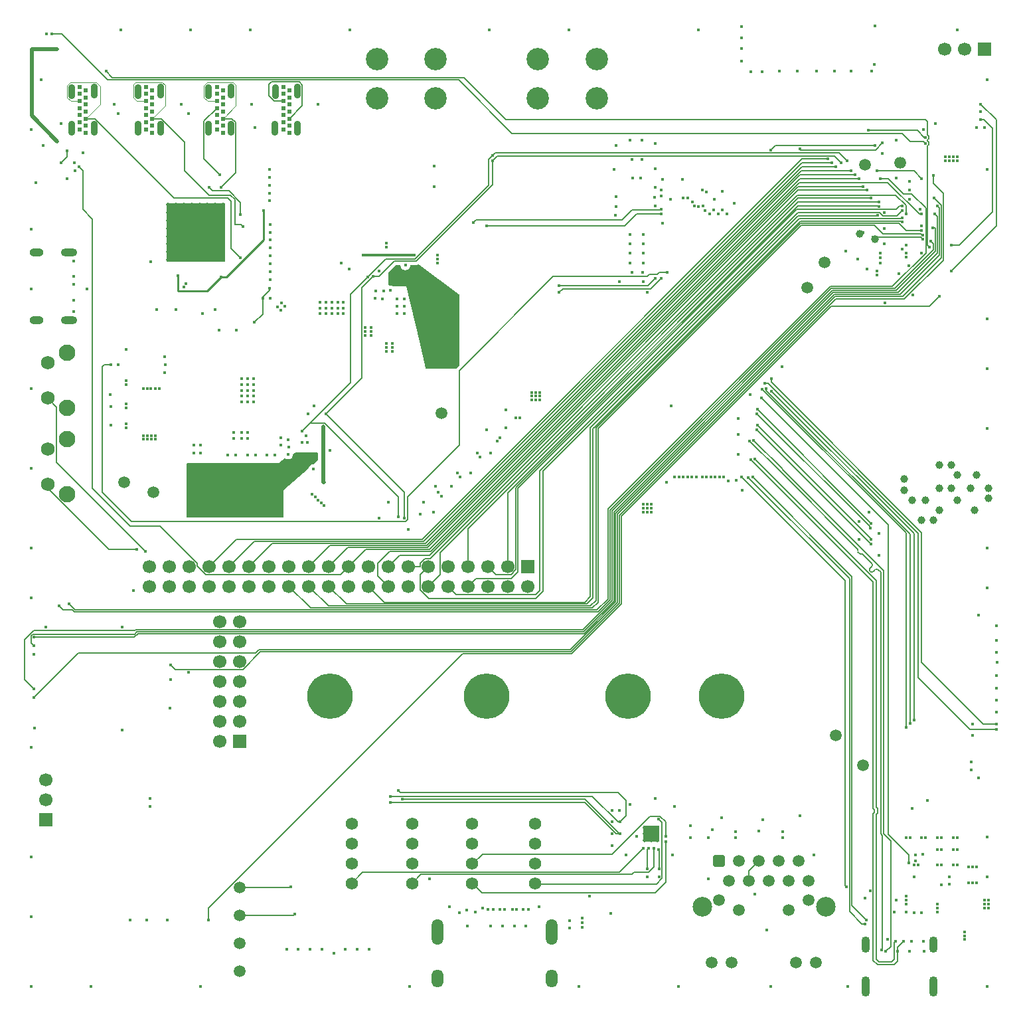
<source format=gbl>
G04 #@! TF.GenerationSoftware,KiCad,Pcbnew,9.0.6*
G04 #@! TF.CreationDate,2025-10-31T11:06:38-04:00*
G04 #@! TF.ProjectId,libreboard,6c696272-6562-46f6-9172-642e6b696361,rev?*
G04 #@! TF.SameCoordinates,Original*
G04 #@! TF.FileFunction,Copper,L6,Bot*
G04 #@! TF.FilePolarity,Positive*
%FSLAX46Y46*%
G04 Gerber Fmt 4.6, Leading zero omitted, Abs format (unit mm)*
G04 Created by KiCad (PCBNEW 9.0.6) date 2025-10-31 11:06:38*
%MOMM*%
%LPD*%
G01*
G04 APERTURE LIST*
G04 Aperture macros list*
%AMRoundRect*
0 Rectangle with rounded corners*
0 $1 Rounding radius*
0 $2 $3 $4 $5 $6 $7 $8 $9 X,Y pos of 4 corners*
0 Add a 4 corners polygon primitive as box body*
4,1,4,$2,$3,$4,$5,$6,$7,$8,$9,$2,$3,0*
0 Add four circle primitives for the rounded corners*
1,1,$1+$1,$2,$3*
1,1,$1+$1,$4,$5*
1,1,$1+$1,$6,$7*
1,1,$1+$1,$8,$9*
0 Add four rect primitives between the rounded corners*
20,1,$1+$1,$2,$3,$4,$5,0*
20,1,$1+$1,$4,$5,$6,$7,0*
20,1,$1+$1,$6,$7,$8,$9,0*
20,1,$1+$1,$8,$9,$2,$3,0*%
G04 Aperture macros list end*
G04 #@! TA.AperFunction,ComponentPad*
%ADD10C,0.609600*%
G04 #@! TD*
G04 #@! TA.AperFunction,ComponentPad*
%ADD11O,0.889000X1.905000*%
G04 #@! TD*
G04 #@! TA.AperFunction,HeatsinkPad*
%ADD12C,0.500000*%
G04 #@! TD*
G04 #@! TA.AperFunction,HeatsinkPad*
%ADD13R,2.100000X2.100000*%
G04 #@! TD*
G04 #@! TA.AperFunction,ComponentPad*
%ADD14R,1.700000X1.700000*%
G04 #@! TD*
G04 #@! TA.AperFunction,ComponentPad*
%ADD15C,1.700000*%
G04 #@! TD*
G04 #@! TA.AperFunction,HeatsinkPad*
%ADD16O,2.100000X1.000000*%
G04 #@! TD*
G04 #@! TA.AperFunction,HeatsinkPad*
%ADD17O,1.800000X1.000000*%
G04 #@! TD*
G04 #@! TA.AperFunction,ComponentPad*
%ADD18RoundRect,0.250500X-0.499500X-0.499500X0.499500X-0.499500X0.499500X0.499500X-0.499500X0.499500X0*%
G04 #@! TD*
G04 #@! TA.AperFunction,ComponentPad*
%ADD19C,1.500000*%
G04 #@! TD*
G04 #@! TA.AperFunction,ComponentPad*
%ADD20C,2.500000*%
G04 #@! TD*
G04 #@! TA.AperFunction,ComponentPad*
%ADD21O,1.500000X3.300000*%
G04 #@! TD*
G04 #@! TA.AperFunction,ComponentPad*
%ADD22O,1.500000X2.300000*%
G04 #@! TD*
G04 #@! TA.AperFunction,ComponentPad*
%ADD23C,5.800000*%
G04 #@! TD*
G04 #@! TA.AperFunction,ComponentPad*
%ADD24C,1.574800*%
G04 #@! TD*
G04 #@! TA.AperFunction,ComponentPad*
%ADD25C,2.850000*%
G04 #@! TD*
G04 #@! TA.AperFunction,HeatsinkPad*
%ADD26O,1.100000X2.100000*%
G04 #@! TD*
G04 #@! TA.AperFunction,HeatsinkPad*
%ADD27O,1.100000X2.600000*%
G04 #@! TD*
G04 #@! TA.AperFunction,ComponentPad*
%ADD28C,2.100000*%
G04 #@! TD*
G04 #@! TA.AperFunction,ComponentPad*
%ADD29C,1.750000*%
G04 #@! TD*
G04 #@! TA.AperFunction,SMDPad,CuDef*
%ADD30C,1.000000*%
G04 #@! TD*
G04 #@! TA.AperFunction,SMDPad,CuDef*
%ADD31C,1.500000*%
G04 #@! TD*
G04 #@! TA.AperFunction,HeatsinkPad*
%ADD32R,7.500000X7.500000*%
G04 #@! TD*
G04 #@! TA.AperFunction,ViaPad*
%ADD33C,0.450000*%
G04 #@! TD*
G04 #@! TA.AperFunction,ViaPad*
%ADD34C,1.000000*%
G04 #@! TD*
G04 #@! TA.AperFunction,Conductor*
%ADD35C,0.500000*%
G04 #@! TD*
G04 #@! TA.AperFunction,Conductor*
%ADD36C,0.130000*%
G04 #@! TD*
G04 #@! TA.AperFunction,Conductor*
%ADD37C,0.147000*%
G04 #@! TD*
G04 #@! TA.AperFunction,Conductor*
%ADD38C,0.100000*%
G04 #@! TD*
G04 #@! TA.AperFunction,Conductor*
%ADD39C,0.127000*%
G04 #@! TD*
G04 #@! TA.AperFunction,Conductor*
%ADD40C,0.300000*%
G04 #@! TD*
G04 #@! TA.AperFunction,Conductor*
%ADD41C,0.230000*%
G04 #@! TD*
G04 APERTURE END LIST*
D10*
X151559200Y-87481200D03*
X151559200Y-88381201D03*
X151559200Y-89281199D03*
X151559200Y-90181200D03*
X151559200Y-91081200D03*
X151559200Y-91981199D03*
X151559200Y-92881199D03*
X150779199Y-92431199D03*
X150779199Y-91531199D03*
X150779199Y-90631200D03*
X150779199Y-89731200D03*
X150779199Y-88831199D03*
X150779199Y-87931201D03*
X150779199Y-87031200D03*
D11*
X152599200Y-92331201D03*
X152599200Y-87531200D03*
X149750500Y-87608528D03*
X149739200Y-92331201D03*
D10*
X143072800Y-87481200D03*
X143072800Y-88381201D03*
X143072800Y-89281199D03*
X143072800Y-90181200D03*
X143072800Y-91081200D03*
X143072800Y-91981199D03*
X143072800Y-92881199D03*
X142292799Y-92431199D03*
X142292799Y-91531199D03*
X142292799Y-90631200D03*
X142292799Y-89731200D03*
X142292799Y-88831199D03*
X142292799Y-87931201D03*
X142292799Y-87031200D03*
D11*
X144112800Y-92331201D03*
X144112800Y-87531200D03*
X141264100Y-87608528D03*
X141252800Y-92331201D03*
D10*
X134059200Y-87481200D03*
X134059200Y-88381201D03*
X134059200Y-89281199D03*
X134059200Y-90181200D03*
X134059200Y-91081200D03*
X134059200Y-91981199D03*
X134059200Y-92881199D03*
X133279199Y-92431199D03*
X133279199Y-91531199D03*
X133279199Y-90631200D03*
X133279199Y-89731200D03*
X133279199Y-88831199D03*
X133279199Y-87931201D03*
X133279199Y-87031200D03*
D11*
X135099200Y-92331201D03*
X135099200Y-87531200D03*
X132250500Y-87608528D03*
X132239200Y-92331201D03*
D10*
X125600000Y-87481200D03*
X125600000Y-88381201D03*
X125600000Y-89281199D03*
X125600000Y-90181200D03*
X125600000Y-91081200D03*
X125600000Y-91981199D03*
X125600000Y-92881199D03*
X124819999Y-92431199D03*
X124819999Y-91531199D03*
X124819999Y-90631200D03*
X124819999Y-89731200D03*
X124819999Y-88831199D03*
X124819999Y-87931201D03*
X124819999Y-87031200D03*
D11*
X126640000Y-92331201D03*
X126640000Y-87531200D03*
X123791300Y-87608528D03*
X123780000Y-92331201D03*
D12*
X196877600Y-181429100D03*
X196877600Y-182229100D03*
X196877600Y-183029100D03*
X197677600Y-181429100D03*
X197677600Y-182229100D03*
D13*
X197677600Y-182229100D03*
D12*
X197677600Y-183029100D03*
X198477600Y-181429100D03*
X198477600Y-182229100D03*
X198477600Y-183029100D03*
D14*
X181962600Y-148164100D03*
D15*
X181962600Y-150704100D03*
X179422600Y-148164100D03*
X179422600Y-150704100D03*
X176882600Y-148164100D03*
X176882600Y-150704100D03*
X174342600Y-148164100D03*
X174342600Y-150704100D03*
X171802600Y-148164100D03*
X171802600Y-150704100D03*
X169262600Y-148164100D03*
X169262600Y-150704100D03*
X166722600Y-148164100D03*
X166722600Y-150704100D03*
X164182600Y-148164100D03*
X164182600Y-150704100D03*
X161642600Y-148164100D03*
X161642600Y-150704100D03*
X159102600Y-148164100D03*
X159102600Y-150704100D03*
X156562600Y-148164100D03*
X156562600Y-150704100D03*
X154022600Y-148164100D03*
X154022600Y-150704100D03*
X151482600Y-148164100D03*
X151482600Y-150704100D03*
X148942600Y-148164100D03*
X148942600Y-150704100D03*
X146402600Y-148164100D03*
X146402600Y-150704100D03*
X143862600Y-148164100D03*
X143862600Y-150704100D03*
X141322600Y-148164100D03*
X141322600Y-150704100D03*
X138782600Y-148164100D03*
X138782600Y-150704100D03*
X136242600Y-148164100D03*
X136242600Y-150704100D03*
X133702600Y-148164100D03*
X133702600Y-150704100D03*
D16*
X123478891Y-108134100D03*
D17*
X119298891Y-108134100D03*
D16*
X123478891Y-116774100D03*
D17*
X119298891Y-116774100D03*
D18*
X206363891Y-185644302D03*
D19*
X207633891Y-188184302D03*
X208903891Y-185644302D03*
X210173891Y-188184302D03*
X211443891Y-185644302D03*
X212713891Y-188184302D03*
X213983891Y-185644302D03*
X215253891Y-188184302D03*
X216523891Y-185644302D03*
X217793891Y-188184302D03*
X206363891Y-190704302D03*
X208903891Y-191974302D03*
X215253891Y-191974302D03*
X217793891Y-190704302D03*
X205448891Y-198594302D03*
X207988891Y-198594302D03*
X216168891Y-198594302D03*
X218708891Y-198594302D03*
D20*
X204203891Y-191484302D03*
X219953891Y-191484302D03*
D21*
X184978891Y-194704302D03*
X170478891Y-194704302D03*
D22*
X170478891Y-200664302D03*
X184978891Y-200664302D03*
D14*
X145202600Y-170404100D03*
D15*
X142662600Y-170404100D03*
X145202600Y-167864100D03*
X142662600Y-167864100D03*
X145202600Y-165324100D03*
X142662600Y-165324100D03*
X145202600Y-162784100D03*
X142662600Y-162784100D03*
X145202600Y-160244100D03*
X142662600Y-160244100D03*
X145202600Y-157704100D03*
X142662600Y-157704100D03*
X145202600Y-155164100D03*
X142662600Y-155164100D03*
D14*
X240202600Y-82204100D03*
D15*
X237662600Y-82204100D03*
X235122600Y-82204100D03*
D23*
X206702600Y-164704100D03*
X194702600Y-164704100D03*
X176702600Y-164704100D03*
X156702600Y-164704100D03*
D24*
X167202600Y-180924100D03*
X167202600Y-183464100D03*
X167202600Y-186004100D03*
X167202600Y-188544100D03*
D25*
X190728891Y-83504302D03*
X183228891Y-83504302D03*
X190728891Y-88504302D03*
X183228891Y-88504302D03*
D24*
X174802600Y-180954100D03*
X174802600Y-183494100D03*
X174802600Y-186034100D03*
X174802600Y-188574100D03*
D26*
X225062600Y-196324100D03*
D27*
X225062600Y-201684100D03*
D26*
X233702600Y-196324100D03*
D27*
X233702600Y-201684100D03*
D28*
X123192600Y-138954100D03*
X123192600Y-131944100D03*
D29*
X120702600Y-137704100D03*
X120702600Y-133204100D03*
D28*
X123192600Y-127954100D03*
X123192600Y-120944100D03*
D29*
X120702600Y-126704100D03*
X120702600Y-122204100D03*
D14*
X120452600Y-180454100D03*
D15*
X120452600Y-177914100D03*
X120452600Y-175374100D03*
D24*
X159478891Y-180954302D03*
X159478891Y-183494302D03*
X159478891Y-186034302D03*
X159478891Y-188574302D03*
D25*
X170228891Y-83504302D03*
X162728891Y-83504302D03*
X170228891Y-88504302D03*
X162728891Y-88504302D03*
D24*
X182849400Y-180950736D03*
X182849400Y-183490736D03*
X182849400Y-186030736D03*
X182849400Y-188570736D03*
D30*
X224289042Y-105794540D03*
D31*
X171202600Y-119954100D03*
X134202600Y-138704100D03*
X130452600Y-137454100D03*
X217602600Y-112652100D03*
X229452600Y-96704100D03*
X224952600Y-96954100D03*
X145202600Y-192604100D03*
X145202600Y-189054100D03*
X224702600Y-173454100D03*
X145202600Y-196154100D03*
X221202600Y-169704100D03*
X145202600Y-199704100D03*
X170952600Y-128604100D03*
D30*
X226202600Y-106454100D03*
D31*
X219802600Y-109404100D03*
D12*
X136102600Y-102054100D03*
X136102600Y-103054100D03*
X136102600Y-104054100D03*
X136102600Y-105054100D03*
X136102600Y-106054100D03*
X136102600Y-107054100D03*
X136102600Y-108054100D03*
X136102600Y-109054100D03*
X137102600Y-102054100D03*
X137102600Y-103054100D03*
X137102600Y-104054100D03*
X137102600Y-105054100D03*
X137102600Y-106054100D03*
X137102600Y-107054100D03*
X137102600Y-108054100D03*
X137102600Y-109054100D03*
X138102600Y-102054100D03*
X138102600Y-103054100D03*
X138102600Y-104054100D03*
X138102600Y-105054100D03*
X138102600Y-106054100D03*
X138102600Y-107054100D03*
X138102600Y-108054100D03*
X138102600Y-109054100D03*
X139102600Y-102054100D03*
X139102600Y-103054100D03*
X139102600Y-104054100D03*
X139102600Y-105054100D03*
X139102600Y-106054100D03*
X139102600Y-107054100D03*
X139102600Y-108054100D03*
X139102600Y-109054100D03*
D32*
X139602600Y-105554100D03*
D12*
X140102600Y-102054100D03*
X140102600Y-103054100D03*
X140102600Y-104054100D03*
X140102600Y-105054100D03*
X140102600Y-106054100D03*
X140102600Y-107054100D03*
X140102600Y-108054100D03*
X140102600Y-109054100D03*
X141102600Y-102054100D03*
X141102600Y-103054100D03*
X141102600Y-104054100D03*
X141102600Y-105054100D03*
X141102600Y-106054100D03*
X141102600Y-107054100D03*
X141102600Y-108054100D03*
X141102600Y-109054100D03*
X142102600Y-102054100D03*
X142102600Y-103054100D03*
X142102600Y-104054100D03*
X142102600Y-105054100D03*
X142102600Y-106054100D03*
X142102600Y-107054100D03*
X142102600Y-108054100D03*
X142102600Y-109054100D03*
X143102600Y-102054100D03*
X143102600Y-103054100D03*
X143102600Y-104054100D03*
X143102600Y-105054100D03*
X143102600Y-106054100D03*
X143102600Y-107054100D03*
X143102600Y-108054100D03*
X143102600Y-109054100D03*
D33*
X150452600Y-132664100D03*
X152936545Y-134321992D03*
X155952600Y-137454100D03*
X151386545Y-134821990D03*
X145452600Y-124954100D03*
X153886545Y-132321990D03*
X146202600Y-133954100D03*
X150452600Y-131704100D03*
X144702600Y-136954100D03*
X151386545Y-133861990D03*
X154477600Y-138929100D03*
X146952600Y-127204100D03*
X153186545Y-132321990D03*
X144702600Y-133954100D03*
X146202600Y-124954100D03*
X146952600Y-126454100D03*
X146952600Y-124954100D03*
X146202600Y-126454100D03*
X145452600Y-127204100D03*
X144452600Y-131821990D03*
X146952600Y-124204100D03*
X145452600Y-125704100D03*
X155952600Y-140404100D03*
X148702600Y-136954100D03*
X156702600Y-133321991D03*
X146202600Y-136954100D03*
X151441296Y-132965404D03*
X145452600Y-131821990D03*
X145452600Y-131071990D03*
X153952600Y-128704100D03*
X146202600Y-124204100D03*
X151421296Y-131985404D03*
X148702600Y-133954100D03*
X147202600Y-133954100D03*
X145452600Y-124204100D03*
X146952600Y-125704100D03*
X155227600Y-139679100D03*
X143702600Y-133954100D03*
X145452600Y-126454100D03*
X154852600Y-139304100D03*
X146202600Y-125704100D03*
X144452600Y-131071990D03*
X146202600Y-131821990D03*
X149702600Y-136954100D03*
X153886545Y-134321992D03*
X143702600Y-136954100D03*
X149702600Y-133954100D03*
X146202600Y-127204100D03*
X155602600Y-140054100D03*
X155886545Y-130321990D03*
X147202600Y-136954100D03*
X146202600Y-131071990D03*
X224202600Y-144704100D03*
X224202600Y-142454100D03*
X225452600Y-141204100D03*
X226702600Y-143954100D03*
X226702600Y-146704100D03*
X210952600Y-189954100D03*
X204952600Y-187954100D03*
X212452600Y-194454100D03*
X212952600Y-201704100D03*
X141252600Y-193204100D03*
X232202600Y-98704100D03*
X234452600Y-113704100D03*
X226452600Y-97704100D03*
X225202600Y-173454100D03*
X132101100Y-145954100D03*
X233952600Y-91704100D03*
X225202600Y-110204100D03*
X226452600Y-110454100D03*
X197202600Y-113204100D03*
X131702600Y-151204100D03*
X196702600Y-140704100D03*
X182952600Y-126454100D03*
X197702600Y-140704100D03*
X229202600Y-96204100D03*
X230192600Y-192184100D03*
X197702600Y-140204100D03*
X192682600Y-183704100D03*
X197202600Y-141204100D03*
X198702600Y-187714100D03*
X151202600Y-196954302D03*
X196702600Y-140204100D03*
X145202600Y-196154100D03*
X192682600Y-180704100D03*
X217602600Y-112652100D03*
X229702600Y-97204100D03*
X136427600Y-162604100D03*
X202702600Y-182704100D03*
X195815100Y-182554100D03*
X118702600Y-82204100D03*
X197202600Y-140204100D03*
X229702600Y-96704100D03*
X118702600Y-88416600D03*
X202702600Y-181204100D03*
X192682600Y-182204100D03*
X197702600Y-141204100D03*
X229202600Y-97204100D03*
X121902600Y-82204100D03*
X198202600Y-177704100D03*
X229702600Y-96204100D03*
X228702600Y-192184100D03*
X197202600Y-187724100D03*
X192702600Y-179204100D03*
X197202600Y-140704100D03*
X196702600Y-141204100D03*
X133777600Y-177704100D03*
X229202600Y-96704100D03*
X232452600Y-92454100D03*
X227202600Y-95516097D03*
X133202600Y-146204100D03*
X211202600Y-128704100D03*
X225626922Y-143295988D03*
X225734383Y-142672317D03*
X211209381Y-128147316D03*
X211201570Y-130721340D03*
X225695819Y-145260884D03*
X211234383Y-130172317D03*
X225702600Y-144704100D03*
X230702600Y-168142219D03*
X212386768Y-125519932D03*
X241702600Y-168204100D03*
X212993102Y-124204100D03*
X241702600Y-168954100D03*
X212202600Y-124807807D03*
X207356131Y-103202998D03*
X208575702Y-137146741D03*
X206804619Y-102704100D03*
X207501114Y-137252281D03*
X206952615Y-136704100D03*
X206253374Y-103203329D03*
X205702600Y-102704100D03*
X206402612Y-136704100D03*
X205152888Y-103204390D03*
X205852609Y-136704100D03*
X205302606Y-136704100D03*
X204600600Y-102801063D03*
X204297898Y-102189943D03*
X204752603Y-136704100D03*
X203748722Y-102269322D03*
X204202600Y-136704100D03*
X203452615Y-136704100D03*
X203202600Y-102204100D03*
X202902612Y-136704100D03*
X202952600Y-101704100D03*
X225356307Y-92550393D03*
X202352609Y-101204100D03*
X232702600Y-93454100D03*
X202352609Y-136704100D03*
X201802606Y-136704100D03*
X201802606Y-101204100D03*
X201252603Y-136704100D03*
X152202600Y-192454100D03*
X204710736Y-100414578D03*
X204202600Y-100204100D03*
X200702600Y-136704100D03*
X151702600Y-188954100D03*
X234191308Y-102215392D03*
X118993891Y-157164302D03*
X118993891Y-158264302D03*
X233842600Y-103204100D03*
X233344025Y-106704100D03*
X122202600Y-153204100D03*
X226952600Y-98704100D03*
X123452600Y-152954100D03*
X118993891Y-163764302D03*
X233592600Y-104954100D03*
X118993891Y-164864302D03*
X233741308Y-101165392D03*
X226702600Y-101704100D03*
X226702600Y-102254103D03*
X225702600Y-101204100D03*
X229702600Y-102204100D03*
X229702600Y-102754103D03*
X226608664Y-103409351D03*
X230202600Y-103204100D03*
X225202600Y-100204100D03*
X224702600Y-99704100D03*
X232202600Y-103204100D03*
X229714650Y-103719153D03*
X124702600Y-97204100D03*
X224202600Y-98704100D03*
X223702600Y-98204100D03*
X229700988Y-104268986D03*
X223202600Y-97704100D03*
X232179337Y-105370999D03*
X232327600Y-105900641D03*
X221202600Y-97204100D03*
X220702600Y-96704100D03*
X230202600Y-107204100D03*
X220202600Y-96204100D03*
X226952600Y-108250393D03*
X229702600Y-107704100D03*
X226952600Y-108800396D03*
X230202600Y-108204100D03*
X230202600Y-108754103D03*
X124053891Y-111204100D03*
X212952600Y-95064100D03*
X226202600Y-94505240D03*
X198176828Y-111453100D03*
X124053891Y-112204100D03*
X185952600Y-112365039D03*
X125702600Y-112755039D03*
X198952600Y-111453100D03*
X185952600Y-113204100D03*
X227202600Y-94130240D03*
X216702600Y-94954100D03*
X124053891Y-114204100D03*
X229132600Y-197204100D03*
X210383769Y-134507806D03*
X229882600Y-195914100D03*
X210932729Y-134473971D03*
X228882600Y-195914100D03*
X227632600Y-197214100D03*
X210782730Y-132123970D03*
X210233770Y-132157806D03*
X227107599Y-197016259D03*
X225177600Y-193229100D03*
X210632730Y-136773970D03*
X210083707Y-136806783D03*
X225003240Y-193750734D03*
X198952600Y-100204100D03*
X198952600Y-100954100D03*
X235952600Y-110454100D03*
X239702600Y-89204100D03*
X226452600Y-111004103D03*
X239702600Y-91204100D03*
X235952600Y-107204100D03*
X174997058Y-104328100D03*
X168202600Y-141454100D03*
X173228891Y-192254302D03*
X198952600Y-102654097D03*
X174202600Y-191954100D03*
X170165600Y-137954100D03*
X170555600Y-138704100D03*
X175228891Y-192204100D03*
X176702600Y-104704100D03*
X198952600Y-103204100D03*
X170945600Y-139204100D03*
X176228891Y-191704100D03*
X172949620Y-136204100D03*
X176875846Y-191877346D03*
X177555645Y-191851055D03*
X173339620Y-136704100D03*
X178430435Y-191892321D03*
X175491120Y-133704100D03*
X179001924Y-191876855D03*
X175879620Y-134204100D03*
X179966205Y-191871085D03*
X178019600Y-132204100D03*
X178419620Y-131704100D03*
X180555645Y-191851055D03*
X181375846Y-191877346D03*
X180406617Y-129204100D03*
X180956620Y-129204100D03*
X182055645Y-191851055D03*
X233202600Y-107454100D03*
X128202600Y-85051393D03*
X136427600Y-160704100D03*
X233702600Y-98275393D03*
X232702600Y-94204100D03*
X121252600Y-80304100D03*
X211741308Y-126665392D03*
X230528891Y-185895711D03*
X230202600Y-168679102D03*
X211837425Y-125546859D03*
X231202600Y-167704100D03*
X213068104Y-125838596D03*
X200202600Y-127704100D03*
X199702600Y-110704100D03*
X209202600Y-136704100D03*
X128802600Y-122429100D03*
X222568891Y-188954100D03*
X157702600Y-115204100D03*
X157702600Y-115954100D03*
X159182600Y-110204100D03*
X155452600Y-114454100D03*
X156952600Y-115954100D03*
X155452600Y-115204100D03*
X162952600Y-110504100D03*
X162452600Y-113954100D03*
X156952600Y-114454100D03*
X156202600Y-114454100D03*
X156952600Y-115204100D03*
X162581262Y-113004100D03*
X158452600Y-115954100D03*
X157702600Y-114454100D03*
X156202600Y-115204100D03*
X158452600Y-115204100D03*
X156202600Y-115954100D03*
X155452600Y-115954100D03*
X158452600Y-114454100D03*
X140202600Y-138336210D03*
X139702600Y-138336210D03*
X139702600Y-137086210D03*
X134202600Y-138704100D03*
X139702600Y-139086210D03*
X140202600Y-137586210D03*
X140202600Y-137086210D03*
X140202600Y-139086210D03*
X139702600Y-137586210D03*
X197202600Y-186704100D03*
X197352600Y-184091600D03*
X169452600Y-187954100D03*
X196702600Y-184091600D03*
X198702600Y-186694100D03*
X198652600Y-184204100D03*
X198002600Y-184091600D03*
X199540100Y-182554100D03*
X199540100Y-183204100D03*
X198652600Y-180366600D03*
X123202600Y-95204100D03*
X122452600Y-96704100D03*
X133902600Y-109304100D03*
X130702600Y-124954100D03*
X132952600Y-125454100D03*
X134952600Y-125454100D03*
X134452600Y-125454100D03*
X128802600Y-127729100D03*
X133452600Y-125454100D03*
X130702600Y-124454100D03*
X128815100Y-130129100D03*
X133852600Y-125454100D03*
X234202600Y-192204100D03*
X234202600Y-191704100D03*
X234202600Y-191204100D03*
X230882600Y-195914100D03*
X230632600Y-197214100D03*
X227882600Y-195704100D03*
X227452600Y-107050393D03*
X234202600Y-184204100D03*
X129752600Y-122429100D03*
X195291765Y-98647438D03*
X240702600Y-190704100D03*
X118592600Y-125514100D03*
X201650600Y-98844100D03*
X138692600Y-90454100D03*
X181728891Y-193974302D03*
X120182600Y-94454100D03*
X168702600Y-139954100D03*
X240512600Y-130594100D03*
X170952600Y-128604100D03*
X226276309Y-79250393D03*
X239477600Y-154354100D03*
X216326309Y-85050393D03*
X239477600Y-175054100D03*
D34*
X236702600Y-136454100D03*
D33*
X241702600Y-162054302D03*
X210286600Y-126276100D03*
X177228891Y-193974302D03*
X135662600Y-123454100D03*
X122452600Y-91704100D03*
X236702600Y-182704100D03*
X131202600Y-193204100D03*
X219802600Y-109404100D03*
X140202600Y-133704100D03*
X195276309Y-110675393D03*
X135702600Y-122454100D03*
X234702600Y-188724100D03*
X205714600Y-101384100D03*
X128682600Y-126204100D03*
X130702600Y-129954100D03*
D34*
X232702600Y-139704100D03*
D33*
X224952600Y-190454100D03*
X193202600Y-102250393D03*
X174702600Y-136204100D03*
X194952600Y-178454100D03*
X230202600Y-182704100D03*
X129692600Y-90454100D03*
X240702600Y-191204100D03*
X193626309Y-111880403D03*
D34*
X229952600Y-136954100D03*
D33*
X119008891Y-168744302D03*
X133777600Y-178704100D03*
X232202600Y-182704100D03*
X118592600Y-135674100D03*
X170452600Y-108954100D03*
X238478891Y-173054302D03*
X222732600Y-201714100D03*
X230702600Y-182704100D03*
X134452600Y-131454100D03*
X218452600Y-184954100D03*
X119862600Y-86144100D03*
X216702600Y-179954100D03*
D34*
X234452600Y-135204100D03*
D33*
X240512600Y-150914100D03*
X226953912Y-109454100D03*
X230202600Y-190204100D03*
X155202600Y-89204100D03*
X236202600Y-184204100D03*
D34*
X229952600Y-138454100D03*
D33*
X240512600Y-86144100D03*
X124053891Y-115654100D03*
X240202600Y-190704100D03*
X163952600Y-120204100D03*
X130752600Y-120454100D03*
X154702600Y-127671990D03*
X118592600Y-192824100D03*
X163952601Y-107454100D03*
X132952600Y-131454100D03*
X231076309Y-113550393D03*
X203682600Y-79794100D03*
X163541262Y-113004100D03*
X170452600Y-108454100D03*
X238202600Y-188454100D03*
X195026309Y-108250393D03*
X130702600Y-130454100D03*
X208478891Y-181934302D03*
X196487236Y-96248009D03*
X161202600Y-118704100D03*
X171932600Y-191554100D03*
X195015887Y-107058172D03*
D34*
X238952600Y-140954100D03*
D33*
X228926309Y-98670403D03*
X195026309Y-105860403D03*
X155702600Y-196954302D03*
X231202600Y-186204100D03*
X158702600Y-196954302D03*
X241702600Y-165204100D03*
X133452600Y-131454100D03*
X239702600Y-90204100D03*
X161202600Y-117704100D03*
X189828891Y-190144302D03*
D34*
X240702600Y-139454100D03*
D33*
X241702600Y-155704100D03*
X206730600Y-100368100D03*
X118592600Y-92494100D03*
X230202600Y-190704100D03*
X164702600Y-119704100D03*
X235702600Y-188664100D03*
X159232600Y-79794100D03*
X132952600Y-131954100D03*
X224002600Y-109004100D03*
X238702600Y-188454100D03*
X174228891Y-193974302D03*
X177012600Y-79794100D03*
X230651762Y-100187216D03*
D34*
X234452600Y-140954100D03*
D33*
X125202600Y-95454100D03*
X209176309Y-79350393D03*
X176702600Y-130704100D03*
X240512600Y-201714100D03*
X232126309Y-108204100D03*
X208762600Y-129324100D03*
X211952600Y-180454100D03*
X200452600Y-184954100D03*
X139402600Y-133704100D03*
X118592600Y-112814100D03*
X236202600Y-182704100D03*
X183362600Y-191554100D03*
X208254600Y-101892100D03*
X123162600Y-98704100D03*
X145202600Y-199704100D03*
X133952600Y-131454100D03*
X198202600Y-102204100D03*
X133452600Y-131954100D03*
X232952600Y-177994100D03*
X130258891Y-168964302D03*
X118592600Y-185204100D03*
X129222600Y-89204100D03*
X129952600Y-137454100D03*
X225776309Y-85050393D03*
X195026309Y-93840383D03*
X134452600Y-131954100D03*
X196329592Y-98647438D03*
X196702600Y-107058172D03*
D34*
X235952600Y-135204100D03*
D33*
X211378891Y-181854302D03*
X230521271Y-109781766D03*
X196726309Y-111820383D03*
X209176309Y-80750393D03*
X193169331Y-103417124D03*
X198202600Y-99850393D03*
X204952600Y-182704100D03*
X166352601Y-109754099D03*
X118993891Y-159364302D03*
X138702600Y-161654100D03*
X240512600Y-97574100D03*
X162952600Y-141954100D03*
X164702600Y-120204100D03*
X158202600Y-109454100D03*
X154636546Y-135721991D03*
X165242600Y-114954100D03*
X137722600Y-89204100D03*
X130213431Y-155907627D03*
X241702600Y-163704100D03*
X208762600Y-131356100D03*
X130952600Y-137454100D03*
X188442600Y-201714100D03*
X224952600Y-96954100D03*
X166702600Y-143454100D03*
X118592600Y-152184100D03*
X157202600Y-197454100D03*
X196626309Y-110650393D03*
X237702600Y-194704100D03*
X193202600Y-94454100D03*
X214350600Y-122720100D03*
X209176309Y-82150393D03*
X161702600Y-196954302D03*
X135662600Y-121454100D03*
X163952600Y-106954100D03*
X227504809Y-114553770D03*
X231222600Y-187704100D03*
X187172600Y-79794100D03*
X240202600Y-191704100D03*
D34*
X239202600Y-136454100D03*
D33*
X133952600Y-131954100D03*
X120602600Y-80304100D03*
X236702600Y-184204100D03*
X231428891Y-184945711D03*
X140182600Y-201714100D03*
X230626309Y-101350393D03*
D34*
X233702600Y-142204100D03*
X238452600Y-138204100D03*
D33*
X146532600Y-79794100D03*
X195265491Y-96248009D03*
X231202600Y-192244100D03*
D34*
X230952600Y-139704100D03*
D33*
X196702600Y-109450393D03*
X146702600Y-89204100D03*
X211802600Y-85104100D03*
X164447600Y-112959100D03*
X194452600Y-184954100D03*
X170002600Y-99704101D03*
X214478891Y-181934302D03*
X193662600Y-179204100D03*
X192952600Y-97553373D03*
X172202600Y-137954100D03*
X214478891Y-182704302D03*
X240512600Y-122974100D03*
X154202600Y-196954302D03*
X218776309Y-85050393D03*
D34*
X235952600Y-138204100D03*
X234452600Y-138204100D03*
D33*
X187278891Y-193274302D03*
D34*
X236702600Y-139704100D03*
D33*
X232202600Y-104704100D03*
X196487236Y-93857066D03*
X237702600Y-195204100D03*
X221076309Y-85050393D03*
X119202600Y-99254100D03*
X200126600Y-101384100D03*
X230202600Y-191204100D03*
X192528891Y-192374302D03*
X240202600Y-191204100D03*
X230952600Y-178954100D03*
X240512600Y-187744100D03*
X179202600Y-128204100D03*
X208478891Y-182704302D03*
X140202600Y-132704100D03*
X178728891Y-193974302D03*
X196726309Y-108250393D03*
X161952600Y-118704100D03*
X199110600Y-104432100D03*
X231428891Y-185645711D03*
X198202600Y-94204100D03*
X240512600Y-182664100D03*
X198202600Y-97454100D03*
X228926309Y-93835383D03*
X195026309Y-109454100D03*
X118592600Y-171234100D03*
X240702600Y-191704100D03*
X135952600Y-193204100D03*
X136302600Y-166204100D03*
D34*
X240702600Y-138204100D03*
D33*
X237702600Y-195704100D03*
X239202600Y-188454100D03*
X238478891Y-174054302D03*
X241702600Y-157554302D03*
X199110600Y-98844100D03*
X152702600Y-196954302D03*
X130452600Y-137454100D03*
X139402600Y-132704100D03*
X221702600Y-169704100D03*
X163952600Y-120704100D03*
X200702600Y-178704100D03*
X241702600Y-166704100D03*
X126212600Y-201714100D03*
X236702600Y-79794100D03*
X196726309Y-105850393D03*
X118592600Y-145834100D03*
X130022600Y-79794100D03*
X227426309Y-105050393D03*
X210402600Y-85104100D03*
D34*
X232202600Y-142204100D03*
D33*
X232702600Y-182704100D03*
X232482600Y-197214100D03*
X201142600Y-201714100D03*
X130702600Y-127454100D03*
X228952600Y-190704100D03*
X193202600Y-101050393D03*
X198126309Y-101060403D03*
X163952600Y-119704100D03*
X130702600Y-127954100D03*
X118592600Y-201714100D03*
X165242600Y-114079100D03*
X138912600Y-79794100D03*
X164202600Y-139954100D03*
X169952600Y-141204100D03*
X222478600Y-107988100D03*
X223176309Y-85050393D03*
X165242600Y-115954100D03*
X147192600Y-92204100D03*
X124053891Y-109254100D03*
X209176309Y-83750393D03*
X232202600Y-192244100D03*
X232382600Y-195914100D03*
X205452600Y-181704100D03*
X160202600Y-196954302D03*
X234202600Y-182704100D03*
X180228891Y-193974302D03*
X161952600Y-117704100D03*
X170452600Y-109454100D03*
X227426309Y-103050393D03*
X234702600Y-184204100D03*
X177202600Y-133704100D03*
X230626309Y-99050393D03*
X163412600Y-114079100D03*
X206702600Y-180204100D03*
X231702600Y-186204100D03*
X120452600Y-155912100D03*
X118592600Y-105194100D03*
X166852600Y-201714100D03*
X240512600Y-145834100D03*
X164702600Y-120704100D03*
X179202600Y-130454100D03*
X214026309Y-85050393D03*
X133352600Y-193204100D03*
X238702600Y-168204100D03*
X238702600Y-169704100D03*
X234702600Y-182704100D03*
X240512600Y-116624100D03*
X241702600Y-159054302D03*
X124103600Y-96704100D03*
X161202600Y-118204100D03*
X208762600Y-133896100D03*
X226176309Y-84150393D03*
X209270600Y-138468100D03*
X161952600Y-118204100D03*
X199618600Y-137452100D03*
X229302600Y-110804100D03*
X232328891Y-184820711D03*
X167452600Y-108504100D03*
X160952600Y-108504100D03*
X165952600Y-177842600D03*
X162202600Y-111204100D03*
X177452600Y-96454100D03*
X166202600Y-141954100D03*
X193702600Y-182204100D03*
X156202600Y-128704100D03*
X232327600Y-106450644D03*
X153636545Y-131520155D03*
X221952600Y-96704100D03*
X226002600Y-106204100D03*
X164452600Y-178204100D03*
X165452600Y-141834925D03*
X177452600Y-95804101D03*
X193702600Y-180704100D03*
X164452600Y-177454100D03*
X153136544Y-130921991D03*
X224702600Y-105579100D03*
X165452600Y-176704100D03*
X161552601Y-111254101D03*
X222702600Y-96454100D03*
X236702600Y-186204100D03*
X235702600Y-96454100D03*
X171702600Y-119704100D03*
X170702600Y-116454100D03*
X170702600Y-117204100D03*
X169702600Y-119704100D03*
X234202600Y-186204100D03*
X170702600Y-115704100D03*
X169702600Y-114954100D03*
X236702600Y-96454100D03*
X188880176Y-194182016D03*
X239202600Y-186454100D03*
X170702600Y-114954100D03*
X166202600Y-114954100D03*
X168702600Y-117204100D03*
X238702600Y-186454100D03*
X164952602Y-110504100D03*
X171702600Y-114954100D03*
X168702600Y-114954100D03*
X166202600Y-115954100D03*
X168702600Y-115704100D03*
X171702600Y-115704100D03*
X234702600Y-186204100D03*
X188878891Y-193564302D03*
X170702600Y-120204100D03*
X169702600Y-116454100D03*
X166202600Y-114079100D03*
X168702600Y-116454100D03*
X236702600Y-95954100D03*
X238202600Y-186454100D03*
X235702600Y-187704100D03*
X171702600Y-120704100D03*
X169702600Y-117204100D03*
X171702600Y-120204100D03*
X170702600Y-120704100D03*
X171702600Y-117204100D03*
X235702600Y-95954100D03*
X171702600Y-116454100D03*
X164952602Y-111454100D03*
X236202600Y-186204100D03*
X239202600Y-92204100D03*
X170702600Y-119704100D03*
X169702600Y-115704100D03*
X236202600Y-96454100D03*
X188880176Y-192967446D03*
X187278891Y-194234302D03*
X169702600Y-120704100D03*
X169702600Y-120204100D03*
X225605600Y-189454100D03*
X240202600Y-92204100D03*
X236202600Y-95954100D03*
X235202600Y-95954100D03*
X235202600Y-96454100D03*
X170002600Y-97104101D03*
X124202600Y-97704100D03*
X150077600Y-115079100D03*
X150952600Y-114954100D03*
X183452600Y-126954100D03*
X145302600Y-103304100D03*
X150452600Y-115454100D03*
X183452600Y-126454100D03*
X145302600Y-108804100D03*
X182452600Y-126954100D03*
X149102600Y-105554100D03*
X182952600Y-125954100D03*
X148238600Y-102804100D03*
X149102600Y-107554100D03*
X140452600Y-115889774D03*
X149036338Y-112665664D03*
X142852600Y-111254100D03*
X182452600Y-125954100D03*
X145602600Y-104804100D03*
X149102600Y-111554100D03*
X150577600Y-114579100D03*
X138102600Y-112554100D03*
X138387479Y-112083628D03*
X149102600Y-108554100D03*
X149062600Y-101554100D03*
X149062600Y-98554100D03*
X149102600Y-106554100D03*
X134602600Y-115419774D03*
X149062600Y-100554100D03*
X142852600Y-99854100D03*
X137102600Y-115439774D03*
X182452600Y-126454100D03*
X149062600Y-99554100D03*
X232000536Y-102606164D03*
X121952600Y-93954100D03*
X141352600Y-99854100D03*
X148142600Y-113954100D03*
X149102600Y-110554100D03*
X142702600Y-98204100D03*
X149102600Y-113954100D03*
X241802600Y-160404100D03*
X142602600Y-118054100D03*
X149102600Y-109554100D03*
X137352600Y-111054100D03*
X149062600Y-97554100D03*
X142102600Y-115439774D03*
X182952600Y-126954100D03*
X144827600Y-118004100D03*
X183452600Y-125954100D03*
X149102600Y-104554100D03*
X147102600Y-117054100D03*
D35*
X155886545Y-130321990D02*
X155886545Y-137388045D01*
X155886545Y-137388045D02*
X155952600Y-137454100D01*
D36*
X210173891Y-186914302D02*
X211443891Y-185644302D01*
X210173891Y-188184302D02*
X210173891Y-186914302D01*
X220649961Y-114954100D02*
X193857600Y-141746461D01*
X144825301Y-188138100D02*
X144823180Y-188138100D01*
X233202600Y-114954100D02*
X220649961Y-114954100D01*
X144286600Y-188676801D02*
X141252600Y-191710801D01*
X234452600Y-113704100D02*
X233202600Y-114954100D01*
X231202600Y-97704100D02*
X226452600Y-97704100D01*
X141252600Y-191710801D02*
X141252600Y-193204100D01*
X232202600Y-98704100D02*
X231202600Y-97704100D01*
X193857600Y-152932520D02*
X187522547Y-159267572D01*
X187522547Y-159267572D02*
X173695829Y-159267572D01*
X144286600Y-188674680D02*
X144286600Y-188676801D01*
X144823180Y-188138100D02*
X144286600Y-188674680D01*
X193857600Y-141746461D02*
X193857600Y-152932520D01*
X173695829Y-159267572D02*
X144825301Y-188138100D01*
X121976600Y-139457784D02*
X121976600Y-139436571D01*
X120702600Y-138162571D02*
X120702600Y-137704100D01*
X122710129Y-140170100D02*
X122688916Y-140170100D01*
X128494129Y-145954100D02*
X122710129Y-140170100D01*
X121976600Y-139436571D02*
X120702600Y-138162571D01*
X132101100Y-145954100D02*
X128494129Y-145954100D01*
X122688916Y-140170100D02*
X121976600Y-139457784D01*
D35*
X118702600Y-82204100D02*
X118702600Y-88416600D01*
X118702600Y-82204100D02*
X121902600Y-82204100D01*
D36*
X121854931Y-134856431D02*
X133202600Y-146204100D01*
X120702600Y-126704100D02*
X121854931Y-127856431D01*
X121854931Y-127856431D02*
X121854931Y-134856431D01*
D37*
X225626922Y-143128422D02*
X225626922Y-143295988D01*
X211202600Y-128704100D02*
X225626922Y-143128422D01*
X211209381Y-128147316D02*
X225702600Y-142640535D01*
X225702600Y-142704100D02*
X225734383Y-142672317D01*
X225702600Y-142640535D02*
X225702600Y-142704100D01*
X211201570Y-130721340D02*
X211201570Y-130766635D01*
X211201570Y-130766635D02*
X225695819Y-145260884D01*
X225702600Y-144640534D02*
X225702600Y-144704100D01*
X211234383Y-130172317D02*
X225702600Y-144640534D01*
D36*
X230702600Y-168142219D02*
X230702600Y-144026684D01*
X230702600Y-144026684D02*
X212386768Y-125710852D01*
X212386768Y-125710852D02*
X212386768Y-125519932D01*
D37*
X241702600Y-168204100D02*
X240002600Y-168204100D01*
X240002600Y-168204100D02*
X232202600Y-160404100D01*
X232202600Y-160404100D02*
X232202600Y-143843840D01*
X212993102Y-124634342D02*
X212993102Y-124204100D01*
X232202600Y-143843840D02*
X212993102Y-124634342D01*
X231702600Y-162304100D02*
X231702600Y-143909527D01*
X212600880Y-124807807D02*
X212202600Y-124807807D01*
X241702600Y-168954100D02*
X241677602Y-168929102D01*
X231702600Y-143909527D02*
X212600880Y-124807807D01*
X241677602Y-168929102D02*
X238327602Y-168929102D01*
X238327602Y-168929102D02*
X231702600Y-162304100D01*
D36*
X231626309Y-92550393D02*
X232530016Y-93454100D01*
X225356307Y-92550393D02*
X231626309Y-92550393D01*
X232530016Y-93454100D02*
X232702600Y-93454100D01*
X145202600Y-192604100D02*
X152052600Y-192604100D01*
X152052600Y-192604100D02*
X152202600Y-192454100D01*
X145202600Y-189054100D02*
X151602600Y-189054100D01*
X151602600Y-189054100D02*
X151702600Y-188954100D01*
X221073908Y-113454100D02*
X193164600Y-141363408D01*
X131742399Y-157164302D02*
X118993891Y-157164302D01*
X234452600Y-108454100D02*
X229452600Y-113454100D01*
X229452600Y-113454100D02*
X221073908Y-113454100D01*
X189121968Y-156688100D02*
X132218601Y-156688100D01*
X234452600Y-102476684D02*
X234452600Y-108454100D01*
X234191308Y-102215392D02*
X234452600Y-102476684D01*
X132218601Y-156688100D02*
X131742399Y-157164302D01*
X193164600Y-141363408D02*
X193164600Y-152645468D01*
X193164600Y-152645468D02*
X189121968Y-156688100D01*
X234202600Y-103564100D02*
X233842600Y-103204100D01*
X118602891Y-157002344D02*
X118831933Y-156773302D01*
X189048283Y-156435100D02*
X192933600Y-152549784D01*
X192933600Y-152549784D02*
X192933600Y-141209597D01*
X131806715Y-156773302D02*
X132125917Y-156454100D01*
X220939097Y-113204100D02*
X229202600Y-113204100D01*
X192933600Y-141209597D02*
X220939097Y-113204100D01*
X229202600Y-113204100D02*
X234202600Y-108204100D01*
X132125917Y-156454100D02*
X188952600Y-156454100D01*
X188952600Y-156454100D02*
X188971600Y-156435100D01*
X234202600Y-108204100D02*
X234202600Y-103564100D01*
X188971600Y-156435100D02*
X189048283Y-156435100D01*
X118602891Y-157873302D02*
X118602891Y-157002344D01*
X118993891Y-158264302D02*
X118602891Y-157873302D01*
X118831933Y-156773302D02*
X131806715Y-156773302D01*
X233364558Y-108095100D02*
X233362198Y-108095100D01*
X228753198Y-112704100D02*
X220655760Y-112704100D01*
X220655760Y-112704100D02*
X192418600Y-140941260D01*
X233362198Y-108095100D02*
X228753198Y-112704100D01*
X233702600Y-107062675D02*
X233702600Y-107754698D01*
X122702600Y-153704100D02*
X122202600Y-153204100D01*
X233344025Y-106704100D02*
X233535959Y-106896033D01*
X233593600Y-107863698D02*
X233593600Y-107866058D01*
X124106917Y-153935100D02*
X123875916Y-153704100D01*
X233593600Y-107866058D02*
X233364558Y-108095100D01*
X123875916Y-153704100D02*
X122702600Y-153704100D01*
X192418600Y-140941260D02*
X192418600Y-152411416D01*
X233344025Y-106704100D02*
X233702600Y-107062675D01*
X233702600Y-107754698D02*
X233593600Y-107863698D01*
X192418600Y-152411416D02*
X190894916Y-153935100D01*
X190894916Y-153935100D02*
X124106917Y-153935100D01*
X192452600Y-140532367D02*
X220530867Y-112454100D01*
X192452600Y-140580576D02*
X192452600Y-140532367D01*
X190799232Y-153704100D02*
X192187600Y-152315732D01*
X232723025Y-102479398D02*
X230934009Y-100690382D01*
X229886320Y-100690382D02*
X227900038Y-98704100D01*
X124202600Y-153704100D02*
X190799232Y-153704100D01*
X123452600Y-152954100D02*
X124202600Y-153704100D01*
X232723025Y-108183675D02*
X232723025Y-102479398D01*
X227900038Y-98704100D02*
X226952600Y-98704100D01*
X230934009Y-100690382D02*
X229886320Y-100690382D01*
X228452600Y-112454100D02*
X232723025Y-108183675D01*
X192187600Y-140845576D02*
X192452600Y-140580576D01*
X220530867Y-112454100D02*
X228452600Y-112454100D01*
X192187600Y-152315732D02*
X192187600Y-140845576D01*
X192702600Y-141042283D02*
X192702600Y-152454100D01*
X233952600Y-105068808D02*
X233952600Y-107954100D01*
X233952600Y-107954100D02*
X228952600Y-112954100D01*
X117818145Y-162588555D02*
X118993891Y-163764302D01*
X228952600Y-112954100D02*
X220790783Y-112954100D01*
X131853600Y-156303100D02*
X118975452Y-156303100D01*
X131952600Y-156204100D02*
X131853600Y-156303100D01*
X233837892Y-104954100D02*
X233952600Y-105068808D01*
X233592600Y-104954100D02*
X233837892Y-104954100D01*
X220790783Y-112954100D02*
X192702600Y-141042283D01*
X188952600Y-156204100D02*
X131952600Y-156204100D01*
X118975452Y-156303100D02*
X117818145Y-157460407D01*
X192702600Y-152454100D02*
X188952600Y-156204100D01*
X117818145Y-157460407D02*
X117818145Y-162588555D01*
X147668600Y-158738100D02*
X147202600Y-159204100D01*
X147202600Y-159204100D02*
X124654093Y-159204100D01*
X124654093Y-159204100D02*
X118993891Y-164864302D01*
X229811462Y-113704100D02*
X221195638Y-113704100D01*
X234702600Y-102126684D02*
X234702600Y-108812962D01*
X193395600Y-141504138D02*
X193395600Y-152741152D01*
X187398652Y-158738100D02*
X147668600Y-158738100D01*
X193395600Y-152741152D02*
X187398652Y-158738100D01*
X221195638Y-113704100D02*
X193395600Y-141504138D01*
X233741308Y-101165392D02*
X234702600Y-102126684D01*
X234702600Y-108812962D02*
X229811462Y-113704100D01*
X216452600Y-101704100D02*
X226702600Y-101704100D01*
X179422600Y-138734100D02*
X216452600Y-101704100D01*
X179422600Y-148164100D02*
X179662600Y-148164100D01*
X179662600Y-148164100D02*
X179702600Y-148204100D01*
X179422600Y-148164100D02*
X179422600Y-138734100D01*
X226702600Y-102204100D02*
X226734345Y-102204100D01*
X177898600Y-149180100D02*
X176882600Y-148164100D01*
X226702600Y-102204100D02*
X226702600Y-102254103D01*
X179843441Y-149180100D02*
X177898600Y-149180100D01*
X226652597Y-102204100D02*
X216375916Y-102204100D01*
X180471600Y-148551941D02*
X179843441Y-149180100D01*
X180471600Y-138108417D02*
X180471600Y-148551941D01*
X216375916Y-102204100D02*
X180471600Y-138108417D01*
X226702600Y-102254103D02*
X226652597Y-102204100D01*
X225702600Y-101204100D02*
X216452600Y-101204100D01*
X216452600Y-101204100D02*
X174342600Y-143314100D01*
X174342600Y-143314100D02*
X174342600Y-148164100D01*
X175358600Y-149688100D02*
X179843441Y-149688100D01*
X228942412Y-102648190D02*
X229386502Y-102204100D01*
X180702600Y-148828941D02*
X180702600Y-138204100D01*
X216258510Y-102648190D02*
X228942412Y-102648190D01*
X179843441Y-149688100D02*
X180702600Y-148828941D01*
X174342600Y-150704100D02*
X175358600Y-149688100D01*
X180702600Y-138204100D02*
X216258510Y-102648190D01*
X229386502Y-102204100D02*
X229702600Y-102204100D01*
X183452600Y-151204100D02*
X182936600Y-151720100D01*
X183452600Y-135954100D02*
X183452600Y-151204100D01*
X182936600Y-151720100D02*
X172818600Y-151720100D01*
X227264351Y-103441393D02*
X226841309Y-103018351D01*
X216388349Y-103018351D02*
X183452600Y-135954100D01*
X229702600Y-102754103D02*
X229015310Y-103441393D01*
X226841309Y-103018351D02*
X216388349Y-103018351D01*
X229015310Y-103441393D02*
X227264351Y-103441393D01*
X172818600Y-151720100D02*
X171802600Y-150704100D01*
X168246600Y-151124941D02*
X168246600Y-149180100D01*
X183903600Y-151303351D02*
X183002851Y-152204100D01*
X226563915Y-103454100D02*
X216452600Y-103454100D01*
X216452600Y-103454100D02*
X183903600Y-136003100D01*
X183903600Y-136003100D02*
X183903600Y-151303351D01*
X183002851Y-152204100D02*
X169325759Y-152204100D01*
X226608664Y-103409351D02*
X226563915Y-103454100D01*
X168246600Y-149180100D02*
X169262600Y-148164100D01*
X169325759Y-152204100D02*
X168246600Y-151124941D01*
X216327600Y-100829100D02*
X216343600Y-100813100D01*
X228864558Y-100813100D02*
X230202600Y-102151142D01*
X216327600Y-100829100D02*
X170737509Y-146419191D01*
X170737509Y-146419191D02*
X170737509Y-149229191D01*
X170737509Y-149229191D02*
X169262600Y-150704100D01*
X230202600Y-102151142D02*
X230202600Y-103204100D01*
X216343600Y-100813100D02*
X228864558Y-100813100D01*
X169508600Y-147148100D02*
X168841759Y-147148100D01*
X225202600Y-100204100D02*
X216452600Y-100204100D01*
X216452600Y-100204100D02*
X169508600Y-147148100D01*
X168841759Y-147148100D02*
X168246600Y-147743259D01*
X168246600Y-147743259D02*
X168246600Y-148164100D01*
X168246600Y-148164100D02*
X166722600Y-148164100D01*
X169452600Y-146704100D02*
X165642600Y-146704100D01*
X216452600Y-99704100D02*
X169452600Y-146704100D01*
X224702600Y-99704100D02*
X216452600Y-99704100D01*
X165642600Y-146704100D02*
X164182600Y-148164100D01*
X169625916Y-146204100D02*
X216356917Y-99473100D01*
X231875435Y-103204100D02*
X232202600Y-103204100D01*
X162835964Y-147751756D02*
X164383620Y-146204100D01*
X164383620Y-146204100D02*
X169625916Y-146204100D01*
X216356917Y-99473100D02*
X216625916Y-99204100D01*
X227875435Y-99204100D02*
X231875435Y-103204100D01*
X216625916Y-99204100D02*
X227875435Y-99204100D01*
X162835964Y-149357464D02*
X162835964Y-147751756D01*
X164182600Y-150704100D02*
X162835964Y-149357464D01*
X189952600Y-130454100D02*
X189952600Y-151954100D01*
X229596432Y-103837371D02*
X216569329Y-103837371D01*
X189952600Y-151954100D02*
X189202600Y-152704100D01*
X189202600Y-152704100D02*
X163642600Y-152704100D01*
X229714650Y-103719153D02*
X229596432Y-103837371D01*
X216569329Y-103837371D02*
X189952600Y-130454100D01*
X163642600Y-152704100D02*
X161642600Y-150704100D01*
X139798600Y-147743259D02*
X139798600Y-148076941D01*
X125202600Y-97704100D02*
X125202600Y-102627416D01*
X169452600Y-145954100D02*
X216702600Y-98704100D01*
X159102600Y-148164100D02*
X161312600Y-145954100D01*
X126452600Y-103877416D02*
X126452600Y-138223100D01*
X135028441Y-142973100D02*
X139798600Y-147743259D01*
X124702600Y-97204100D02*
X125202600Y-97704100D01*
X139798600Y-148076941D02*
X140901759Y-149180100D01*
X131202600Y-142973100D02*
X135028441Y-142973100D01*
X126452600Y-138223100D02*
X131202600Y-142973100D01*
X161312600Y-145954100D02*
X169452600Y-145954100D01*
X216702600Y-98704100D02*
X224202600Y-98704100D01*
X140901759Y-149180100D02*
X158086600Y-149180100D01*
X158086600Y-149180100D02*
X159102600Y-148164100D01*
X125202600Y-102627416D02*
X126452600Y-103877416D01*
X216702600Y-98204100D02*
X223702600Y-98204100D01*
X223702600Y-98204100D02*
X223702600Y-98318788D01*
X156562600Y-148164100D02*
X159022600Y-145704100D01*
X169202600Y-145704100D02*
X216702600Y-98204100D01*
X159022600Y-145704100D02*
X169202600Y-145704100D01*
X158812600Y-152954100D02*
X156562600Y-150704100D01*
X190471600Y-130358417D02*
X190239782Y-130590234D01*
X229700988Y-104268986D02*
X229546013Y-104114011D01*
X229546013Y-104114011D02*
X216716005Y-104114011D01*
X189452600Y-152954100D02*
X158812600Y-152954100D01*
X190239782Y-152166918D02*
X189452600Y-152954100D01*
X216716005Y-104114011D02*
X190471600Y-130358417D01*
X190239782Y-130590234D02*
X190239782Y-152166918D01*
X154022600Y-148164100D02*
X156713600Y-145473100D01*
X156713600Y-145473100D02*
X169106916Y-145473100D01*
X169106916Y-145473100D02*
X216606917Y-97973099D01*
X216606917Y-97973099D02*
X216875916Y-97704100D01*
X216875916Y-97704100D02*
X223202600Y-97704100D01*
X190702600Y-130454100D02*
X190702600Y-152454100D01*
X216751600Y-104405100D02*
X190702600Y-130454100D01*
X189952600Y-153204100D02*
X156522600Y-153204100D01*
X229284144Y-104405100D02*
X216751600Y-104405100D01*
X230250043Y-105370999D02*
X229284144Y-104405100D01*
X190702600Y-152454100D02*
X189952600Y-153204100D01*
X156522600Y-153204100D02*
X154022600Y-150704100D01*
X232179337Y-105370999D02*
X230250043Y-105370999D01*
X154232600Y-153454100D02*
X151482600Y-150704100D01*
X226186856Y-104688356D02*
X216811506Y-104688356D01*
X190952600Y-152704100D02*
X190202600Y-153454100D01*
X232249132Y-105900641D02*
X232102594Y-105754103D01*
X216811506Y-104688356D02*
X190952600Y-130547262D01*
X190952600Y-130547262D02*
X190952600Y-152704100D01*
X190202600Y-153454100D02*
X154232600Y-153454100D01*
X227252603Y-105754103D02*
X226186856Y-104688356D01*
X232327600Y-105900641D02*
X232249132Y-105900641D01*
X232102594Y-105754103D02*
X227252603Y-105754103D01*
X168952600Y-145204100D02*
X149362600Y-145204100D01*
X149362600Y-145204100D02*
X146402600Y-148164100D01*
X221202600Y-97204100D02*
X216952600Y-97204100D01*
X216952600Y-97204100D02*
X168952600Y-145204100D01*
X220702600Y-96704100D02*
X216952600Y-96704100D01*
X147072600Y-144954100D02*
X143862600Y-148164100D01*
X168702600Y-144954100D02*
X147072600Y-144954100D01*
X216952600Y-96704100D02*
X168702600Y-144954100D01*
X144782600Y-144704100D02*
X141322600Y-148164100D01*
X220202600Y-96204100D02*
X216952600Y-96204100D01*
X168452600Y-144704100D02*
X144782600Y-144704100D01*
X216952600Y-96204100D02*
X168452600Y-144704100D01*
X212952600Y-95064100D02*
X213511460Y-94505240D01*
X213511460Y-94505240D02*
X226202600Y-94505240D01*
D37*
X185952600Y-112365039D02*
X197264889Y-112365039D01*
X197264889Y-112365039D02*
X198176828Y-111453100D01*
X186401661Y-112755039D02*
X197651661Y-112755039D01*
X197651661Y-112755039D02*
X198952600Y-111454100D01*
X198952600Y-111454100D02*
X198952600Y-111453100D01*
X185952600Y-113204100D02*
X186401661Y-112755039D01*
D36*
X216702600Y-94954100D02*
X216795306Y-95046806D01*
X216795306Y-95046806D02*
X226286034Y-95046806D01*
X226286034Y-95046806D02*
X227202600Y-94130240D01*
D37*
X226548682Y-198894100D02*
X226004100Y-198349518D01*
X226175983Y-179457281D02*
X226004100Y-179629164D01*
X229882600Y-195914100D02*
X229132600Y-196664100D01*
X228702600Y-198894100D02*
X226548682Y-198894100D01*
X210383769Y-134507806D02*
X210400879Y-134507806D01*
X229132600Y-198464100D02*
X228702600Y-198894100D01*
X229132600Y-196664100D02*
X229132600Y-197204100D01*
X226004100Y-178954440D02*
X226175983Y-179126323D01*
X226004100Y-198349518D02*
X226004100Y-198204100D01*
X226004100Y-179629164D02*
X226004100Y-198204100D01*
X210400879Y-134507806D02*
X226004100Y-150111027D01*
X229132600Y-197204100D02*
X229132600Y-198464100D01*
X226175983Y-179126323D02*
X226175983Y-179457281D01*
X226004100Y-150111027D02*
X226004100Y-178954440D01*
X226401100Y-149942341D02*
X226401100Y-178790026D01*
X226401100Y-179793578D02*
X226401100Y-198204100D01*
X228702600Y-196094100D02*
X228882600Y-195914100D01*
X210932729Y-134473971D02*
X226401100Y-149942341D01*
X228702600Y-198204100D02*
X228702600Y-196094100D01*
X226572963Y-178961889D02*
X226572962Y-179621716D01*
X226401100Y-198204100D02*
X226711100Y-198514100D01*
X226572962Y-179621716D02*
X226401100Y-179793578D01*
X228392600Y-198514100D02*
X228702600Y-198204100D01*
X226711100Y-198514100D02*
X228392600Y-198514100D01*
X226401100Y-178790026D02*
X226572963Y-178961889D01*
X210782730Y-132123970D02*
X214426309Y-135767550D01*
X228282100Y-183129602D02*
X228282100Y-196564600D01*
X214426309Y-135767550D02*
X214426309Y-135769671D01*
X227349740Y-182197242D02*
X228282100Y-183129602D01*
X227349740Y-148693102D02*
X227349740Y-182197242D01*
X228282100Y-196564600D02*
X227632600Y-197214100D01*
X214426309Y-135769671D02*
X227349740Y-148693102D01*
X210233770Y-132157806D02*
X210250879Y-132157806D01*
X224641316Y-146546122D02*
X224910998Y-146815804D01*
X226969760Y-150239836D02*
X226969760Y-182200636D01*
X227202600Y-196935398D02*
X227107599Y-197030399D01*
X225821372Y-148150442D02*
X225609239Y-148362574D01*
X227107599Y-197030399D02*
X227107599Y-197016259D01*
X214026309Y-135933236D02*
X214028430Y-135933236D01*
X224062470Y-146276440D02*
X224332152Y-146546122D01*
X226669899Y-148574705D02*
X226669900Y-148574706D01*
X226969760Y-148874566D02*
X226969760Y-150239836D01*
X226969760Y-182200636D02*
X227202600Y-182433476D01*
X214028430Y-135933236D02*
X224062470Y-145967276D01*
X210250879Y-132157806D02*
X214026309Y-135933236D01*
X226669900Y-148574706D02*
X226969760Y-148874566D01*
X227202600Y-182433476D02*
X227202600Y-196935398D01*
X224910998Y-146815804D02*
X225821372Y-147726178D01*
X226033503Y-148786838D02*
X226245635Y-148574705D01*
X225609239Y-148362574D02*
G75*
G03*
X225609245Y-148786832I212161J-212126D01*
G01*
X224332152Y-146546122D02*
G75*
G03*
X224486734Y-146546122I77291J77291D01*
G01*
X224062470Y-146121858D02*
G75*
G03*
X224062519Y-146276391I77330J-77242D01*
G01*
X225821372Y-147726178D02*
G75*
G02*
X225821362Y-148150432I-212172J-212122D01*
G01*
X225609239Y-148786838D02*
G75*
G03*
X226033503Y-148786838I212132J212132D01*
G01*
X226245635Y-148574705D02*
G75*
G02*
X226669899Y-148574705I212132J-212132D01*
G01*
X224062470Y-145967276D02*
G75*
G02*
X224062503Y-146121891I-77270J-77324D01*
G01*
X224486734Y-146546122D02*
G75*
G02*
X224641316Y-146546122I77291J-77291D01*
G01*
X223305115Y-149448477D02*
X210632730Y-136776092D01*
X223305115Y-190704100D02*
X223305115Y-149448477D01*
X223305115Y-191356615D02*
X223305115Y-190704100D01*
X210632730Y-136776092D02*
X210632730Y-136773970D01*
X225177600Y-193229100D02*
X223305115Y-191356615D01*
X225003240Y-193750734D02*
X224971536Y-193719030D01*
X223015444Y-149720250D02*
X210101977Y-136806783D01*
X224971536Y-193719030D02*
X224580847Y-193719030D01*
X224580847Y-193719030D02*
X223015444Y-192153627D01*
X223015444Y-192153627D02*
X223015444Y-149720250D01*
X210101977Y-136806783D02*
X210083707Y-136806783D01*
D36*
X241702600Y-91204100D02*
X239702600Y-89204100D01*
X235952600Y-110454100D02*
X241702600Y-104704100D01*
X241702600Y-104704100D02*
X241702600Y-91204100D01*
X235952600Y-107204100D02*
X236952600Y-107204100D01*
X236952600Y-107204100D02*
X241202600Y-102954100D01*
X241202600Y-102954100D02*
X241202600Y-92304100D01*
X241202600Y-92304100D02*
X240102600Y-91204100D01*
X240102600Y-91204100D02*
X239702600Y-91204100D01*
X198902597Y-102704100D02*
X195240857Y-102704100D01*
X193990857Y-103954100D02*
X175371058Y-103954100D01*
X175371058Y-103954100D02*
X174997058Y-104328100D01*
X198952600Y-102654097D02*
X198902597Y-102704100D01*
X195240857Y-102704100D02*
X193990857Y-103954100D01*
X195825560Y-103204100D02*
X194325560Y-104704100D01*
X198952600Y-103204100D02*
X195825560Y-103204100D01*
X194325560Y-104704100D02*
X176702600Y-104704100D01*
X232952600Y-93151142D02*
X232952600Y-91454100D01*
X233093600Y-93292142D02*
X232952600Y-93151142D01*
X233093600Y-94366058D02*
X233093600Y-94042142D01*
X233093600Y-94042142D02*
X232952600Y-93901142D01*
X232952600Y-94507058D02*
X233093600Y-94366058D01*
X232952600Y-102382290D02*
X232952600Y-94507058D01*
X232954025Y-102383714D02*
X232952600Y-102382290D01*
X232952600Y-93757058D02*
X233093600Y-93616058D01*
X232702600Y-91204100D02*
X179202600Y-91204100D01*
X232954025Y-107205525D02*
X232954025Y-102383714D01*
X233093600Y-93616058D02*
X233093600Y-93292142D01*
X232952600Y-93901142D02*
X232952600Y-93757058D01*
X173825341Y-85826841D02*
X128978048Y-85826841D01*
X233202600Y-107454100D02*
X232954025Y-107205525D01*
X128978048Y-85826841D02*
X128202600Y-85051393D01*
X232952600Y-91454100D02*
X232702600Y-91204100D01*
X179202600Y-91204100D02*
X173825341Y-85826841D01*
X229994364Y-114064127D02*
X221213250Y-114064127D01*
X147846969Y-159036572D02*
X145623441Y-161260100D01*
X193626600Y-141650777D02*
X193626600Y-152836836D01*
X187426864Y-159036572D02*
X147846969Y-159036572D01*
X221213250Y-114064127D02*
X193626600Y-141650777D01*
X234952600Y-100608429D02*
X234952600Y-109105891D01*
X234952600Y-109105891D02*
X229994364Y-114064127D01*
X193626600Y-152836836D02*
X187426864Y-159036572D01*
X233702600Y-98275393D02*
X233702600Y-99358429D01*
X136983600Y-161260100D02*
X136427600Y-160704100D01*
X145623441Y-161260100D02*
X136983600Y-161260100D01*
X233702600Y-99358429D02*
X234952600Y-100608429D01*
X173151208Y-86152708D02*
X128401208Y-86152708D01*
X179953600Y-92955100D02*
X173151208Y-86152708D01*
X230720564Y-93954100D02*
X229721564Y-92955100D01*
X122552600Y-80304100D02*
X121252600Y-80304100D01*
X232702600Y-94204100D02*
X232452600Y-93954100D01*
X128401208Y-86152708D02*
X122552600Y-80304100D01*
X229721564Y-92955100D02*
X179953600Y-92955100D01*
X232452600Y-93954100D02*
X230720564Y-93954100D01*
X227952600Y-182319420D02*
X230528891Y-184895711D01*
X230528891Y-184895711D02*
X230528891Y-185895711D01*
X211741308Y-126665392D02*
X227952600Y-142876684D01*
X227952600Y-142876684D02*
X227952600Y-182319420D01*
X230202600Y-143887308D02*
X211862151Y-125546859D01*
X230202600Y-168679102D02*
X230202600Y-143887308D01*
X211862151Y-125546859D02*
X211837425Y-125546859D01*
D37*
X231202600Y-143973092D02*
X213068104Y-125838596D01*
X231202600Y-167704100D02*
X231202600Y-143973092D01*
D36*
X198447964Y-110954100D02*
X197452600Y-110954100D01*
X199702600Y-110704100D02*
X198697964Y-110704100D01*
X131378600Y-142380100D02*
X127702600Y-138704100D01*
X222568891Y-188954100D02*
X222452600Y-188837809D01*
X166379055Y-142380100D02*
X131378600Y-142380100D01*
X198697964Y-110704100D02*
X198447964Y-110954100D01*
X127702600Y-122704100D02*
X127977600Y-122429100D01*
X166628600Y-139278100D02*
X166628600Y-142130555D01*
X197452600Y-110954100D02*
X197202601Y-111204099D01*
X127977600Y-122429100D02*
X128802600Y-122429100D01*
X197202601Y-111204099D02*
X185202600Y-111204099D01*
X173202600Y-132704100D02*
X166628600Y-139278100D01*
X185202600Y-111204099D02*
X173202600Y-123204099D01*
X166628600Y-142130555D02*
X166379055Y-142380100D01*
X127702600Y-138704100D02*
X127702600Y-122704100D01*
X222452600Y-188837809D02*
X222452600Y-149954100D01*
X222452600Y-149954100D02*
X209202600Y-136704100D01*
X173202600Y-123204099D02*
X173202600Y-132704100D01*
X197352600Y-184091600D02*
X197315100Y-184091600D01*
X197202600Y-184204100D02*
X197202600Y-186704100D01*
X197315100Y-184091600D02*
X197202600Y-184204100D01*
X160907251Y-187145942D02*
X193648258Y-187145942D01*
X193648258Y-187145942D02*
X196702600Y-184091600D01*
X159478891Y-188574302D02*
X160907251Y-187145942D01*
X198702600Y-184254100D02*
X198702600Y-186694100D01*
X198652600Y-184204100D02*
X198702600Y-184254100D01*
X168342600Y-187404100D02*
X167202600Y-188544100D01*
X197364558Y-187095100D02*
X198002600Y-186457058D01*
X195234200Y-187404100D02*
X168342600Y-187404100D01*
X195543200Y-187095100D02*
X197364558Y-187095100D01*
X198002600Y-186457058D02*
X198002600Y-184091600D01*
X195234200Y-187404100D02*
X195543200Y-187095100D01*
X174952600Y-186034100D02*
X176182600Y-184804100D01*
X192700600Y-184804100D02*
X197529100Y-179975600D01*
X198814558Y-179975600D02*
X199540100Y-180701142D01*
X197529100Y-179975600D02*
X198814558Y-179975600D01*
X199540100Y-180701142D02*
X199540100Y-182554100D01*
X176182600Y-184804100D02*
X192700600Y-184804100D01*
X199540100Y-183204100D02*
X199540100Y-188366600D01*
X199540100Y-188366600D02*
X198192998Y-189713702D01*
X176092202Y-189713702D02*
X174952600Y-188574100D01*
X198192998Y-189713702D02*
X176092202Y-189713702D01*
X199093600Y-180807600D02*
X199093600Y-187876058D01*
X198652600Y-180366600D02*
X199093600Y-180807600D01*
X199093600Y-187876058D02*
X198345558Y-188624100D01*
X198345558Y-188624100D02*
X182802600Y-188624100D01*
X122452600Y-96704100D02*
X123202600Y-95954100D01*
X123202600Y-95954100D02*
X123202600Y-95204100D01*
D38*
X123621964Y-86427700D02*
X126886664Y-86427700D01*
X123195800Y-88363192D02*
X123195800Y-86853864D01*
X127452600Y-86993636D02*
X127452600Y-89228600D01*
X123663807Y-88831199D02*
X123195800Y-88363192D01*
X123195800Y-86853864D02*
X123621964Y-86427700D01*
X126886664Y-86427700D02*
X127452600Y-86993636D01*
X124819999Y-88831199D02*
X123663807Y-88831199D01*
X127452600Y-89228600D02*
X125600000Y-91081200D01*
X135345864Y-86427700D02*
X135694700Y-86776536D01*
X131893608Y-86427700D02*
X135345864Y-86427700D01*
X132123007Y-88831199D02*
X131655000Y-88363192D01*
X133279199Y-88831199D02*
X132123007Y-88831199D01*
X135694700Y-89445700D02*
X134059200Y-91081200D01*
X131655000Y-86666308D02*
X131893608Y-86427700D01*
X131655000Y-88363192D02*
X131655000Y-86666308D01*
X135694700Y-86776536D02*
X135694700Y-89445700D01*
X141136607Y-88831199D02*
X140668600Y-88363192D01*
X144359464Y-86427700D02*
X144708300Y-86776536D01*
X140668600Y-86853864D02*
X141094764Y-86427700D01*
X144708300Y-89445700D02*
X143072800Y-91081200D01*
X144708300Y-86776536D02*
X144708300Y-89445700D01*
X142292799Y-88831199D02*
X141136607Y-88831199D01*
X140668600Y-88363192D02*
X140668600Y-86853864D01*
X141094764Y-86427700D02*
X144359464Y-86427700D01*
D39*
X153208200Y-86770944D02*
X153208200Y-89432200D01*
X153208200Y-89432200D02*
X151559200Y-91081200D01*
X148952600Y-86704100D02*
X149274492Y-86382208D01*
X149603915Y-88831199D02*
X148952600Y-88179884D01*
X152819464Y-86382208D02*
X153208200Y-86770944D01*
X148952600Y-88179884D02*
X148952600Y-86704100D01*
X150779199Y-88831199D02*
X149603915Y-88831199D01*
X149274492Y-86382208D02*
X152819464Y-86382208D01*
D40*
X167452600Y-108504100D02*
X160952600Y-108504100D01*
D36*
X193631763Y-182204100D02*
X193702600Y-182204100D01*
X165952600Y-177842600D02*
X189270263Y-177842600D01*
X178085100Y-95821600D02*
X177452600Y-96454100D01*
X193072100Y-182042763D02*
X189233437Y-178204100D01*
X193072100Y-182073600D02*
X193072100Y-182042763D01*
X232081056Y-106204100D02*
X232327600Y-106450644D01*
X162202600Y-111204100D02*
X160813100Y-112593600D01*
X193202600Y-182204100D02*
X193072100Y-182073600D01*
X189270263Y-177842600D02*
X193631763Y-182204100D01*
X156202600Y-128704100D02*
X166202600Y-138704100D01*
X167726689Y-109253289D02*
X164953411Y-109253289D01*
X160813100Y-112593600D02*
X160813100Y-124093600D01*
X164953411Y-109253289D02*
X163002600Y-111204100D01*
X217465378Y-95814600D02*
X217458377Y-95821600D01*
X166202600Y-138704100D02*
X166202600Y-141954100D01*
X163002600Y-111204100D02*
X162202600Y-111204100D01*
X177452600Y-96454100D02*
X177452600Y-99527378D01*
X160813100Y-124093600D02*
X156202600Y-128704100D01*
X221952600Y-96704100D02*
X221063100Y-95814600D01*
X226002600Y-106204100D02*
X232081056Y-106204100D01*
X221063100Y-95814600D02*
X217465378Y-95814600D01*
X217458377Y-95821600D02*
X178085100Y-95821600D01*
X189233437Y-178204100D02*
X164452600Y-178204100D01*
X177452600Y-99527378D02*
X167726689Y-109253289D01*
X193702600Y-182204100D02*
X193202600Y-182204100D01*
X193452600Y-176954100D02*
X194452600Y-177954100D01*
X176952600Y-96304101D02*
X176952600Y-99557058D01*
X159323880Y-124734655D02*
X153136544Y-130921991D01*
X165702600Y-176954100D02*
X193452600Y-176954100D01*
X156083316Y-129907490D02*
X154151045Y-129907490D01*
X165452600Y-139276774D02*
X156083316Y-129907490D01*
X193432601Y-180704100D02*
X193702600Y-180704100D01*
X194452600Y-177954100D02*
X194452600Y-179954100D01*
X165452600Y-141834925D02*
X165452600Y-139276774D01*
X165452600Y-176704100D02*
X165702600Y-176954100D01*
X163852602Y-108954100D02*
X161552601Y-111254101D01*
X177802601Y-95454100D02*
X177452600Y-95804101D01*
X190180101Y-177451600D02*
X193432601Y-180704100D01*
X165790642Y-177451600D02*
X190180101Y-177451600D01*
X221702600Y-95454100D02*
X177802601Y-95454100D01*
X177452600Y-95804101D02*
X176952600Y-96304101D01*
X154151045Y-129907490D02*
X153136544Y-130921991D01*
X194452600Y-179954100D02*
X193702600Y-180704100D01*
X159323880Y-113482822D02*
X159323880Y-124734655D01*
X176952600Y-99557058D02*
X167555558Y-108954100D01*
X193702600Y-180704100D02*
X193452600Y-180704100D01*
X164452600Y-177454100D02*
X165788142Y-177454100D01*
X167555558Y-108954100D02*
X163852602Y-108954100D01*
X161552601Y-111254101D02*
X159323880Y-113482822D01*
X222702600Y-96454100D02*
X221702600Y-95454100D01*
X165788142Y-177454100D02*
X165790642Y-177451600D01*
X181962600Y-150704100D02*
X182202600Y-150704100D01*
X144602600Y-101375033D02*
X144054667Y-100827100D01*
X144723300Y-91570324D02*
X144723300Y-97983400D01*
X144102600Y-107604100D02*
X144102600Y-101622612D01*
D39*
X140643800Y-91380199D02*
X142292799Y-89731200D01*
D41*
X143476269Y-111254100D02*
X148238600Y-106491769D01*
D36*
X144602600Y-104554100D02*
X144602600Y-101375033D01*
X149036338Y-112931490D02*
X148142600Y-113825228D01*
X148142600Y-116014100D02*
X147102600Y-117054100D01*
D35*
X118702600Y-90704100D02*
X118702600Y-88416600D01*
D39*
X142702600Y-98204100D02*
X140643800Y-96145300D01*
D41*
X141052600Y-113054100D02*
X142852600Y-111254100D01*
D36*
X141352600Y-99854100D02*
X141779701Y-100281201D01*
D41*
X142852600Y-111254100D02*
X143476269Y-111254100D01*
D36*
X136861995Y-101181819D02*
X126761376Y-91081200D01*
D35*
X121952600Y-93954100D02*
X118702600Y-90704100D01*
D39*
X140643800Y-96145300D02*
X140643800Y-91380199D01*
D36*
X141321487Y-100827100D02*
X138202600Y-97708213D01*
X144102600Y-101622612D02*
X143661807Y-101181819D01*
X126761376Y-91081200D02*
X125600000Y-91081200D01*
D41*
X137352600Y-111054100D02*
X137352600Y-113054100D01*
D36*
X144723300Y-97983400D02*
X142852600Y-99854100D01*
X138202600Y-94063224D02*
X135220576Y-91081200D01*
D41*
X148238600Y-106491769D02*
X148238600Y-102804100D01*
D36*
X141779701Y-100281201D02*
X143849577Y-100281201D01*
X148142600Y-113954100D02*
X148142600Y-116014100D01*
X145602600Y-104804100D02*
X145352600Y-104554100D01*
X144054667Y-100827100D02*
X141321487Y-100827100D01*
X145352600Y-104554100D02*
X144602600Y-104554100D01*
X149036338Y-112665664D02*
X149036338Y-112931490D01*
X143661807Y-101181819D02*
X136861995Y-101181819D01*
X145302600Y-108804100D02*
X144102600Y-107604100D01*
X145302600Y-101734224D02*
X145302600Y-103304100D01*
X138202600Y-97708213D02*
X138202600Y-94063224D01*
X135220576Y-91081200D02*
X134059200Y-91081200D01*
X144234176Y-91081200D02*
X144723300Y-91570324D01*
X143072800Y-91081200D02*
X144234176Y-91081200D01*
D41*
X137352600Y-113054100D02*
X141052600Y-113054100D01*
D36*
X143849577Y-100281201D02*
X145302600Y-101734224D01*
X148142600Y-113825228D02*
X148142600Y-113954100D01*
G04 #@! TA.AperFunction,Conductor*
G36*
X155145639Y-133623785D02*
G01*
X155191394Y-133676589D01*
X155202600Y-133728100D01*
X155202600Y-134547348D01*
X155182915Y-134614387D01*
X155159649Y-134641194D01*
X154667378Y-135066337D01*
X154603775Y-135095258D01*
X154586329Y-135096491D01*
X154574935Y-135096491D01*
X154454101Y-135120526D01*
X154454091Y-135120529D01*
X154340262Y-135167678D01*
X154340253Y-135167683D01*
X154237813Y-135236132D01*
X154237809Y-135236135D01*
X154150690Y-135323254D01*
X154150687Y-135323258D01*
X154082238Y-135425698D01*
X154082233Y-135425707D01*
X154035083Y-135539538D01*
X154035081Y-135539545D01*
X154025896Y-135585724D01*
X153993512Y-135647635D01*
X153985328Y-135655379D01*
X150802600Y-138404099D01*
X150802600Y-141790600D01*
X150782915Y-141857639D01*
X150730111Y-141903394D01*
X150678600Y-141914600D01*
X138526600Y-141914600D01*
X138459561Y-141894915D01*
X138413806Y-141842111D01*
X138402600Y-141790600D01*
X138402600Y-135128100D01*
X138422285Y-135061061D01*
X138475089Y-135015306D01*
X138526600Y-135004100D01*
X150202600Y-135004100D01*
X150590323Y-134616376D01*
X150617776Y-134595668D01*
X150956167Y-134407673D01*
X151024324Y-134392325D01*
X151085272Y-134412969D01*
X151090259Y-134416301D01*
X151204093Y-134463453D01*
X151324934Y-134487489D01*
X151324938Y-134487490D01*
X151324939Y-134487490D01*
X151448152Y-134487490D01*
X151448153Y-134487489D01*
X151568997Y-134463453D01*
X151682831Y-134416301D01*
X151785278Y-134347848D01*
X151872403Y-134260723D01*
X151940856Y-134158276D01*
X151988008Y-134044442D01*
X152012045Y-133923596D01*
X152012045Y-133894037D01*
X152031730Y-133826998D01*
X152075823Y-133785642D01*
X152374513Y-133619704D01*
X152434733Y-133604100D01*
X155078600Y-133604100D01*
X155145639Y-133623785D01*
G37*
G04 #@! TD.AperFunction*
G04 #@! TA.AperFunction,Conductor*
G36*
X168073252Y-109662867D02*
G01*
X168075030Y-109664157D01*
X168139249Y-109711623D01*
X173152305Y-113416925D01*
X173194516Y-113472602D01*
X173202600Y-113516642D01*
X173202600Y-122508563D01*
X173182915Y-122575602D01*
X173166281Y-122596244D01*
X172844744Y-122917781D01*
X172783421Y-122951266D01*
X172757063Y-122954100D01*
X169050543Y-122954100D01*
X168983504Y-122934415D01*
X168937749Y-122881611D01*
X168929915Y-122858821D01*
X168130780Y-119502459D01*
X166452600Y-112454100D01*
X166452599Y-112454100D01*
X164837301Y-112454100D01*
X164770262Y-112434415D01*
X164768410Y-112433202D01*
X164739155Y-112413654D01*
X164739146Y-112413649D01*
X164627135Y-112367253D01*
X164627127Y-112367251D01*
X164508225Y-112343600D01*
X164508221Y-112343600D01*
X164386979Y-112343600D01*
X164350789Y-112350798D01*
X164281198Y-112344569D01*
X164226021Y-112301705D01*
X164202778Y-112235815D01*
X164202600Y-112229180D01*
X164202600Y-110699636D01*
X164222285Y-110632597D01*
X164238916Y-110611957D01*
X165105767Y-109745108D01*
X165167090Y-109711623D01*
X165193448Y-109708789D01*
X165614281Y-109708789D01*
X165681320Y-109728474D01*
X165727075Y-109781278D01*
X165734505Y-109809024D01*
X165735912Y-109808745D01*
X165760752Y-109933626D01*
X165760754Y-109933634D01*
X165807150Y-110045645D01*
X165874510Y-110146456D01*
X165874513Y-110146460D01*
X165960239Y-110232186D01*
X165960243Y-110232189D01*
X166061052Y-110299548D01*
X166173066Y-110345946D01*
X166291975Y-110369598D01*
X166291979Y-110369599D01*
X166291980Y-110369599D01*
X166413223Y-110369599D01*
X166413224Y-110369598D01*
X166532136Y-110345946D01*
X166644150Y-110299548D01*
X166744959Y-110232189D01*
X166830691Y-110146457D01*
X166898050Y-110045648D01*
X166944448Y-109933634D01*
X166968101Y-109814720D01*
X166969290Y-109808745D01*
X166972166Y-109809317D01*
X166993431Y-109756161D01*
X167050336Y-109715619D01*
X167090921Y-109708789D01*
X167786655Y-109708789D01*
X167786657Y-109708789D01*
X167902505Y-109677747D01*
X167939328Y-109656487D01*
X168007225Y-109640015D01*
X168073252Y-109662867D01*
G37*
G04 #@! TD.AperFunction*
M02*

</source>
